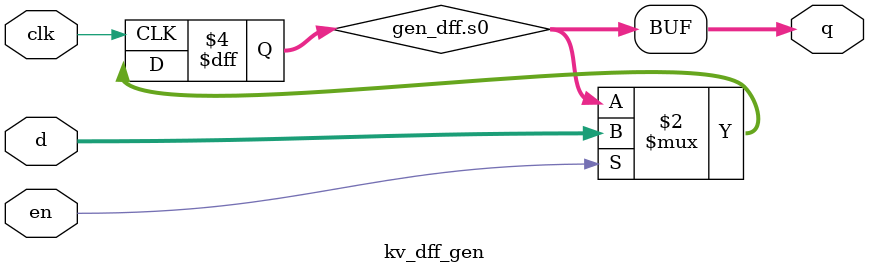
<source format=v>

module kv_dff_gen (
    clk,
    en,
    d,
    q
);
parameter EXPRESSION = 1;
parameter W = 8;
input clk;
input en;
input [W - 1:0] d;
output [W - 1:0] q;


generate
    if (EXPRESSION) begin:gen_dff
        reg [W - 1:0] s0;
        always @(posedge clk) begin
            if (en) begin
                s0 <= d;
            end
        end

        assign q = s0;
    end
    else begin:gen_stub
        assign q = {W{1'b0}};
    end
endgenerate
endmodule


</source>
